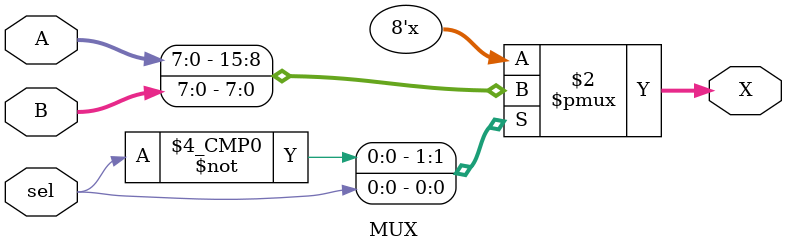
<source format=v>
`timescale 1ns / 1ps

module MUX(A, B, sel, X);
	input [7:0] A;
	input [7:0] B;
	input sel;
	
	output reg [7:0] X;
	
	always @(A, B, sel) begin //whenever those change the always block will execute
		case(sel)
			2'b0: 
				begin
					X = A;
				end
			2'b1: 
				X = B;
		endcase
	end

endmodule

</source>
